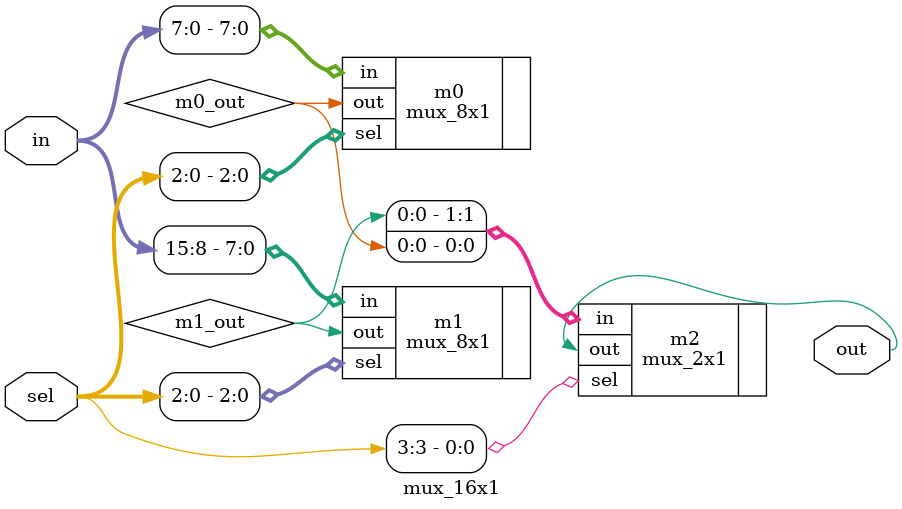
<source format=sv>
module mux_16x1(in, out, sel);

    input logic [15:0] in;
    input logic [3:0] sel;
    output logic out;

    logic m0_out, m1_out;

    // intermediate muxes
    mux_8x1 m0 (.in(in[7:0]), .sel(sel[2:0]), .out(m0_out));
    mux_8x1 m1 (.in(in[15:8]), .sel(sel[2:0]), .out(m1_out));

    // final 2:1 mux
    mux_2x1 m2 (.in({m1_out, m0_out}), .sel(sel[3]), .out(out));

endmodule

</source>
